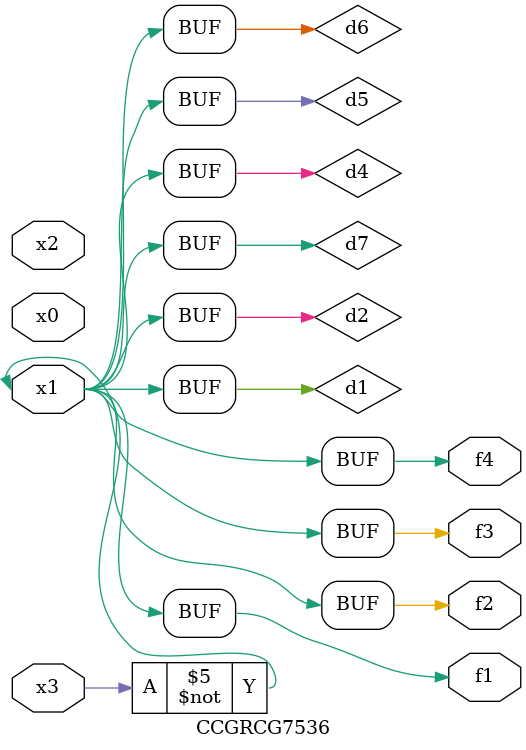
<source format=v>
module CCGRCG7536(
	input x0, x1, x2, x3,
	output f1, f2, f3, f4
);

	wire d1, d2, d3, d4, d5, d6, d7;

	not (d1, x3);
	buf (d2, x1);
	xnor (d3, d1, d2);
	nor (d4, d1);
	buf (d5, d1, d2);
	buf (d6, d4, d5);
	nand (d7, d4);
	assign f1 = d6;
	assign f2 = d7;
	assign f3 = d6;
	assign f4 = d6;
endmodule

</source>
